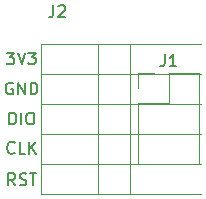
<source format=gbr>
%TF.GenerationSoftware,KiCad,Pcbnew,(5.1.9-0-10_14)*%
%TF.CreationDate,2021-04-03T00:54:56+08:00*%
%TF.ProjectId,ArduinoSWD,41726475-696e-46f5-9357-442e6b696361,rev?*%
%TF.SameCoordinates,Original*%
%TF.FileFunction,Legend,Top*%
%TF.FilePolarity,Positive*%
%FSLAX46Y46*%
G04 Gerber Fmt 4.6, Leading zero omitted, Abs format (unit mm)*
G04 Created by KiCad (PCBNEW (5.1.9-0-10_14)) date 2021-04-03 00:54:56*
%MOMM*%
%LPD*%
G01*
G04 APERTURE LIST*
%ADD10C,0.150000*%
%ADD11C,0.120000*%
G04 APERTURE END LIST*
D10*
X113498380Y-78620880D02*
X113165047Y-78144690D01*
X112926952Y-78620880D02*
X112926952Y-77620880D01*
X113307904Y-77620880D01*
X113403142Y-77668500D01*
X113450761Y-77716119D01*
X113498380Y-77811357D01*
X113498380Y-77954214D01*
X113450761Y-78049452D01*
X113403142Y-78097071D01*
X113307904Y-78144690D01*
X112926952Y-78144690D01*
X113879333Y-78573261D02*
X114022190Y-78620880D01*
X114260285Y-78620880D01*
X114355523Y-78573261D01*
X114403142Y-78525642D01*
X114450761Y-78430404D01*
X114450761Y-78335166D01*
X114403142Y-78239928D01*
X114355523Y-78192309D01*
X114260285Y-78144690D01*
X114069809Y-78097071D01*
X113974571Y-78049452D01*
X113926952Y-78001833D01*
X113879333Y-77906595D01*
X113879333Y-77811357D01*
X113926952Y-77716119D01*
X113974571Y-77668500D01*
X114069809Y-77620880D01*
X114307904Y-77620880D01*
X114450761Y-77668500D01*
X114736476Y-77620880D02*
X115307904Y-77620880D01*
X115022190Y-78620880D02*
X115022190Y-77620880D01*
X113450761Y-75858642D02*
X113403142Y-75906261D01*
X113260285Y-75953880D01*
X113165047Y-75953880D01*
X113022190Y-75906261D01*
X112926952Y-75811023D01*
X112879333Y-75715785D01*
X112831714Y-75525309D01*
X112831714Y-75382452D01*
X112879333Y-75191976D01*
X112926952Y-75096738D01*
X113022190Y-75001500D01*
X113165047Y-74953880D01*
X113260285Y-74953880D01*
X113403142Y-75001500D01*
X113450761Y-75049119D01*
X114355523Y-75953880D02*
X113879333Y-75953880D01*
X113879333Y-74953880D01*
X114688857Y-75953880D02*
X114688857Y-74953880D01*
X115260285Y-75953880D02*
X114831714Y-75382452D01*
X115260285Y-74953880D02*
X114688857Y-75525309D01*
X113022190Y-73477380D02*
X113022190Y-72477380D01*
X113260285Y-72477380D01*
X113403142Y-72525000D01*
X113498380Y-72620238D01*
X113546000Y-72715476D01*
X113593619Y-72905952D01*
X113593619Y-73048809D01*
X113546000Y-73239285D01*
X113498380Y-73334523D01*
X113403142Y-73429761D01*
X113260285Y-73477380D01*
X113022190Y-73477380D01*
X114022190Y-73477380D02*
X114022190Y-72477380D01*
X114688857Y-72477380D02*
X114879333Y-72477380D01*
X114974571Y-72525000D01*
X115069809Y-72620238D01*
X115117428Y-72810714D01*
X115117428Y-73144047D01*
X115069809Y-73334523D01*
X114974571Y-73429761D01*
X114879333Y-73477380D01*
X114688857Y-73477380D01*
X114593619Y-73429761D01*
X114498380Y-73334523D01*
X114450761Y-73144047D01*
X114450761Y-72810714D01*
X114498380Y-72620238D01*
X114593619Y-72525000D01*
X114688857Y-72477380D01*
X113284095Y-69985000D02*
X113188857Y-69937380D01*
X113046000Y-69937380D01*
X112903142Y-69985000D01*
X112807904Y-70080238D01*
X112760285Y-70175476D01*
X112712666Y-70365952D01*
X112712666Y-70508809D01*
X112760285Y-70699285D01*
X112807904Y-70794523D01*
X112903142Y-70889761D01*
X113046000Y-70937380D01*
X113141238Y-70937380D01*
X113284095Y-70889761D01*
X113331714Y-70842142D01*
X113331714Y-70508809D01*
X113141238Y-70508809D01*
X113760285Y-70937380D02*
X113760285Y-69937380D01*
X114331714Y-70937380D01*
X114331714Y-69937380D01*
X114807904Y-70937380D02*
X114807904Y-69937380D01*
X115046000Y-69937380D01*
X115188857Y-69985000D01*
X115284095Y-70080238D01*
X115331714Y-70175476D01*
X115379333Y-70365952D01*
X115379333Y-70508809D01*
X115331714Y-70699285D01*
X115284095Y-70794523D01*
X115188857Y-70889761D01*
X115046000Y-70937380D01*
X114807904Y-70937380D01*
X112807904Y-67397380D02*
X113426952Y-67397380D01*
X113093619Y-67778333D01*
X113236476Y-67778333D01*
X113331714Y-67825952D01*
X113379333Y-67873571D01*
X113426952Y-67968809D01*
X113426952Y-68206904D01*
X113379333Y-68302142D01*
X113331714Y-68349761D01*
X113236476Y-68397380D01*
X112950761Y-68397380D01*
X112855523Y-68349761D01*
X112807904Y-68302142D01*
X113712666Y-67397380D02*
X114046000Y-68397380D01*
X114379333Y-67397380D01*
X114617428Y-67397380D02*
X115236476Y-67397380D01*
X114903142Y-67778333D01*
X115046000Y-67778333D01*
X115141238Y-67825952D01*
X115188857Y-67873571D01*
X115236476Y-67968809D01*
X115236476Y-68206904D01*
X115188857Y-68302142D01*
X115141238Y-68349761D01*
X115046000Y-68397380D01*
X114760285Y-68397380D01*
X114665047Y-68349761D01*
X114617428Y-68302142D01*
D11*
%TO.C,J2*%
X115697000Y-76784200D02*
X129209800Y-76784200D01*
X115697000Y-74244200D02*
X129209800Y-74244200D01*
X115697000Y-71704200D02*
X129209800Y-71704200D01*
X115697000Y-69164200D02*
X129209800Y-69164200D01*
X123197000Y-66624200D02*
X123197000Y-79324200D01*
X120497000Y-66624200D02*
X120497000Y-79324200D01*
X115697000Y-66624200D02*
X115697000Y-79324200D01*
X115697000Y-79324200D02*
X129209800Y-79324200D01*
X115697000Y-66624200D02*
X129209800Y-66624200D01*
%TO.C,J1*%
X123892000Y-76831500D02*
X129092000Y-76831500D01*
X123892000Y-71691500D02*
X123892000Y-76831500D01*
X129092000Y-69091500D02*
X129092000Y-76831500D01*
X123892000Y-71691500D02*
X126492000Y-71691500D01*
X126492000Y-71691500D02*
X126492000Y-69091500D01*
X126492000Y-69091500D02*
X129092000Y-69091500D01*
X123892000Y-70421500D02*
X123892000Y-69091500D01*
X123892000Y-69091500D02*
X125222000Y-69091500D01*
%TO.C,J2*%
D10*
X116735266Y-63384180D02*
X116735266Y-64098466D01*
X116687647Y-64241323D01*
X116592409Y-64336561D01*
X116449552Y-64384180D01*
X116354314Y-64384180D01*
X117163838Y-63479419D02*
X117211457Y-63431800D01*
X117306695Y-63384180D01*
X117544790Y-63384180D01*
X117640028Y-63431800D01*
X117687647Y-63479419D01*
X117735266Y-63574657D01*
X117735266Y-63669895D01*
X117687647Y-63812752D01*
X117116219Y-64384180D01*
X117735266Y-64384180D01*
%TO.C,J1*%
X126158666Y-67543880D02*
X126158666Y-68258166D01*
X126111047Y-68401023D01*
X126015809Y-68496261D01*
X125872952Y-68543880D01*
X125777714Y-68543880D01*
X127158666Y-68543880D02*
X126587238Y-68543880D01*
X126872952Y-68543880D02*
X126872952Y-67543880D01*
X126777714Y-67686738D01*
X126682476Y-67781976D01*
X126587238Y-67829595D01*
%TD*%
M02*

</source>
